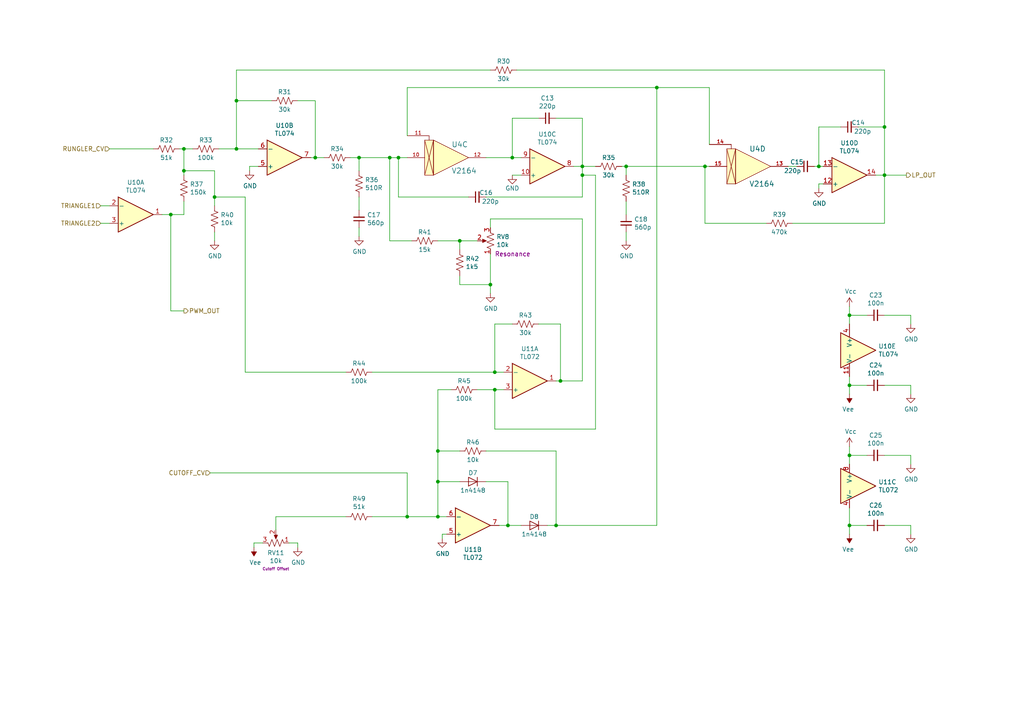
<source format=kicad_sch>
(kicad_sch (version 20211123) (generator eeschema)
  (paper "A4")
  (lib_symbols
    (symbol "00-cool_stuff:0V" (power) (pin_names (offset 0))
      (property "Value" "00-cool_stuff_0V" (at 0 -3.81 0))
      (symbol "0V_0_1"
        (polyline (pts (xy 0 0) (xy 0 -1.27) (xy 1.27 -1.27) (xy 0 -2.54) (xy -1.27 -1.27) (xy 0 -1.27)))
      )
      (symbol "0V_1_1"
        (pin power_in line (at 0 0 270) (length 0) hide (name "GND") (number "1"))
      )
    )
    (symbol "00-cool_stuff:TL072-separate" (pin_names (offset 0.1016))
      (property "Reference" "U" (at 0 5.08 0))
      (property "Value" "00-cool_stuff_TL072-separate" (at 0 -5.08 0))
      (symbol "TL072-separate_0_1"
        (polyline (pts (xy -5.08 5.08) (xy 5.08 0) (xy -5.08 -5.08) (xy -5.08 5.08)) (stroke (width 0.254)) (fill (type background)))
      )
      (symbol "TL072-separate_1_1"
        (pin output line (at 7.62 0 180) (length 2.54) (name "~") (number "1"))
        (pin input line (at -7.62 2.54 0) (length 2.54) (name "-") (number "2"))
        (pin input line (at -7.62 -2.54 0) (length 2.54) (name "+") (number "3"))
      )
      (symbol "TL072-separate_2_1"
        (pin input line (at -7.62 -2.54 0) (length 2.54) (name "+") (number "5"))
        (pin input line (at -7.62 2.54 0) (length 2.54) (name "-") (number "6"))
        (pin output line (at 7.62 0 180) (length 2.54) (name "~") (number "7"))
      )
      (symbol "TL072-separate_3_1"
        (pin power_in line (at -2.54 -6.35 90) (length 2.54) (name "V-") (number "4"))
        (pin power_in line (at -2.54 6.35 270) (length 2.54) (name "V+") (number "8"))
      )
    )
    (symbol "00-cool_stuff:TL074-f-separate" (pin_names (offset 0.1016))
      (property "Reference" "U" (at 1.27 3.81 0))
      (property "Value" "00-cool_stuff_TL074-f-separate" (at 1.27 -3.81 0))
      (symbol "TL074-f-separate_0_1"
        (polyline (pts (xy -5.08 5.08) (xy 5.08 0) (xy -5.08 -5.08) (xy -5.08 5.08)) (stroke (width 0.254)) (fill (type background)))
      )
      (symbol "TL074-f-separate_1_1"
        (pin output line (at 7.62 0 180) (length 2.54) (name "~") (number "1"))
        (pin input line (at -7.62 2.54 0) (length 2.54) (name "-") (number "2"))
        (pin input line (at -7.62 -2.54 0) (length 2.54) (name "+") (number "3"))
      )
      (symbol "TL074-f-separate_2_1"
        (pin input line (at -7.62 -2.54 0) (length 2.54) (name "+") (number "5"))
        (pin input line (at -7.62 2.54 0) (length 2.54) (name "-") (number "6"))
        (pin output line (at 7.62 0 180) (length 2.54) (name "~") (number "7"))
      )
      (symbol "TL074-f-separate_3_1"
        (pin input line (at -7.62 -2.54 0) (length 2.54) (name "+") (number "10"))
        (pin output line (at 7.62 0 180) (length 2.54) (name "~") (number "8"))
        (pin input line (at -7.62 2.54 0) (length 2.54) (name "-") (number "9"))
      )
      (symbol "TL074-f-separate_4_1"
        (pin input line (at -7.62 -2.54 0) (length 2.54) (name "+") (number "12"))
        (pin input line (at -7.62 2.54 0) (length 2.54) (name "-") (number "13"))
        (pin output line (at 7.62 0 180) (length 2.54) (name "~") (number "14"))
      )
      (symbol "TL074-f-separate_5_1"
        (pin power_in line (at -2.54 -7.62 90) (length 3.81) (name "V-") (number "11"))
        (pin power_in line (at -2.54 7.62 270) (length 3.81) (name "V+") (number "4"))
      )
    )
    (symbol "00-cool_stuff:Vcc" (power) (pin_names (offset 0))
      (property "Value" "00-cool_stuff_Vcc" (at 0 3.556 0))
      (symbol "Vcc_0_1"
        (polyline (pts (xy -0.762 1.27) (xy 0 2.54)))
        (polyline (pts (xy 0 0) (xy 0 2.54)))
        (polyline (pts (xy 0 2.54) (xy 0.762 1.27)))
      )
      (symbol "Vcc_1_1"
        (pin power_in line (at 0 0 90) (length 0) hide (name "Vcc") (number "1"))
      )
    )
    (symbol "00-cool_stuff:Vee" (power) (pin_names (offset 0))
      (property "Value" "00-cool_stuff_Vee" (at 0 3.81 0))
      (symbol "Vee_0_0"
        (pin power_in line (at 0 0 90) (length 0) hide (name "Vee") (number "1"))
      )
      (symbol "Vee_0_1"
        (polyline (pts (xy 0 0) (xy 0 1.27) (xy 0.762 1.27) (xy 0 2.54) (xy -0.762 1.27) (xy 0 1.27)) (fill (type outline)))
      )
    )
    (symbol "00-cool_stuff:cap_small" (pin_numbers hide) (pin_names (offset 0.254) hide)
      (property "Reference" "C" (at -1.27 2.54 0))
      (property "Value" "00-cool_stuff_cap_small" (at -3.81 -2.54 0))
      (symbol "cap_small_0_1"
        (polyline (pts (xy -0.508 -1.524) (xy -0.508 1.524)) (stroke (width 0.3048)))
        (polyline (pts (xy 0.508 -1.524) (xy 0.508 1.524)) (stroke (width 0.3302)))
      )
      (symbol "cap_small_1_1"
        (pin passive line (at -2.54 0 0) (length 2.032) (name "~") (number "1"))
        (pin passive line (at 2.54 0 180) (length 2.032) (name "~") (number "2"))
      )
    )
    (symbol "00-cool_stuff:diode" (pin_numbers hide) (pin_names (offset 1.016) hide)
      (property "Reference" "D" (at 0 2.54 0))
      (property "Value" "00-cool_stuff_diode" (at 0 -2.54 0))
      (symbol "diode_0_1"
        (polyline (pts (xy -1.27 0) (xy 1.27 0)))
        (polyline (pts (xy 1.27 -1.27) (xy 1.27 1.27)) (stroke (width 0.2032)))
        (polyline (pts (xy -1.27 -1.27) (xy -1.27 1.27) (xy 1.27 0) (xy -1.27 -1.27)) (stroke (width 0.2032)))
      )
      (symbol "diode_1_1"
        (pin passive line (at 3.81 0 180) (length 2.54) (name "K") (number "1"))
        (pin passive line (at -3.81 0 0) (length 2.54) (name "A") (number "2"))
      )
    )
    (symbol "00-cool_stuff:potentiometer" (pin_names (offset 1.016) hide)
      (property "Reference" "RV" (at -4.445 0 90))
      (property "Value" "00-cool_stuff_potentiometer" (at -2.54 0 90))
      (property "Label" "Pot Label" (at 11.43 0 90))
      (symbol "potentiometer_0_1"
        (polyline (pts (xy 0 -2.286) (xy 0 -2.54)))
        (polyline (pts (xy 0 2.54) (xy 0 2.286)))
        (polyline (pts (xy 2.54 0) (xy 1.524 0)))
        (polyline (pts (xy 1.143 0) (xy 2.286 0.508) (xy 2.286 -0.508) (xy 1.143 0)) (fill (type outline)))
        (polyline (pts (xy 0 -0.762) (xy 1.016 -1.143) (xy 0 -1.524) (xy -1.016 -1.905) (xy 0 -2.286)))
        (polyline (pts (xy 0 0.762) (xy 1.016 0.381) (xy 0 0) (xy -1.016 -0.381) (xy 0 -0.762)))
        (polyline (pts (xy 0 2.286) (xy 1.016 1.905) (xy 0 1.524) (xy -1.016 1.143) (xy 0 0.762)))
      )
      (symbol "potentiometer_1_1"
        (pin passive line (at 0 3.81 270) (length 1.27) (name "1") (number "1"))
        (pin passive line (at 3.81 0 180) (length 1.27) (name "2") (number "2"))
        (pin passive line (at 0 -3.81 90) (length 1.27) (name "3") (number "3"))
      )
    )
    (symbol "00-cool_stuff:resistor" (pin_numbers hide) (pin_names (offset 0))
      (property "Reference" "R" (at -2.54 2.54 0))
      (property "Value" "00-cool_stuff_resistor" (at -2.54 -2.54 0))
      (symbol "resistor_0_1"
        (polyline (pts (xy -4.826 0) (xy -5.08 0)))
        (polyline (pts (xy -0.254 0) (xy 0 0)))
        (polyline (pts (xy -4.826 0) (xy -4.445 1.016) (xy -4.064 0) (xy -3.683 -1.016) (xy -3.302 0)))
        (polyline (pts (xy -3.302 0) (xy -2.921 1.016) (xy -2.54 0) (xy -2.159 -1.016) (xy -1.778 0)))
        (polyline (pts (xy -1.778 0) (xy -1.397 1.016) (xy -1.016 0) (xy -0.635 -1.016) (xy -0.254 0)))
      )
      (symbol "resistor_1_1"
        (pin passive line (at -6.35 0 0) (length 1.27) (name "~") (number "1"))
        (pin passive line (at 1.27 0 180) (length 1.27) (name "~") (number "2"))
      )
    )
    (symbol "4ms-ic:V2164"
      (property "Reference" "U" (at 1.27 5.08 0))
      (property "Value" "4ms-ic_V2164" (at -4.826 0.508 0))
      (symbol "V2164_0_1"
        (rectangle (start -5.08 5.08) (end -7.62 -5.08) (fill (type background)))
        (polyline (pts (xy -7.62 -5.08) (xy -5.08 5.08)))
        (polyline (pts (xy -7.62 5.08) (xy -5.08 -5.08)))
        (polyline (pts (xy -6.35 -5.08) (xy -6.35 -6.35)))
        (polyline (pts (xy -5.08 5.08) (xy 5.08 0) (xy -5.08 -5.08) (xy -5.08 5.08)) (stroke (width 0.1524)) (fill (type background)))
      )
      (symbol "V2164_1_1"
        (pin power_in line (at 0 5.08 270) (length 2.54) (name "~") (number "1"))
        (pin power_in line (at -2.54 6.35 270) (length 2.54) (name "V+") (number "16"))
        (pin input line (at -12.7 0 0) (length 5.08) (name "~") (number "2"))
        (pin input line (at -12.7 -6.35 0) (length 6.35) (name "~") (number "3"))
        (pin output line (at 10.16 0 180) (length 5.08) (name "~") (number "4"))
        (pin power_in line (at 0 -6.35 90) (length 3.81) (name "GND") (number "8"))
        (pin power_in line (at -2.54 -6.35 90) (length 2.54) (name "V-") (number "9"))
      )
      (symbol "V2164_2_1"
        (pin output line (at 10.16 0 180) (length 5.08) (name "~") (number "5"))
        (pin input line (at -12.7 -6.35 0) (length 6.35) (name "~") (number "6"))
        (pin input line (at -12.7 0 0) (length 5.08) (name "~") (number "7"))
      )
      (symbol "V2164_3_1"
        (pin input line (at -12.7 0 0) (length 5.08) (name "~") (number "10"))
        (pin input line (at -12.7 -6.35 0) (length 6.35) (name "~") (number "11"))
        (pin output line (at 10.16 0 180) (length 5.08) (name "~") (number "12"))
      )
      (symbol "V2164_4_1"
        (pin output line (at 10.16 0 180) (length 5.08) (name "~") (number "13"))
        (pin input line (at -12.7 -6.35 0) (length 6.35) (name "~") (number "14"))
        (pin input line (at -12.7 0 0) (length 5.08) (name "~") (number "15"))
      )
    )
  )
  (junction (at 104.14 45.72))
  (junction (at 246.38 111.76))
  (junction (at 91.44 45.72))
  (junction (at 246.38 91.44))
  (junction (at 143.51 107.95))
  (junction (at 181.61 48.26))
  (junction (at 68.58 29.21))
  (junction (at 161.29 152.4))
  (junction (at 256.54 50.8))
  (junction (at 127 139.7))
  (junction (at 127 130.81))
  (junction (at 62.23 57.15))
  (junction (at 246.38 132.08))
  (junction (at 148.59 45.72))
  (junction (at 115.57 45.72))
  (junction (at 113.03 45.72))
  (junction (at 49.53 62.23))
  (junction (at 168.91 50.8))
  (junction (at 142.24 82.55))
  (junction (at 168.91 48.26))
  (junction (at 246.38 152.4))
  (junction (at 190.5 25.4))
  (junction (at 147.32 152.4))
  (junction (at 162.56 110.49))
  (junction (at 143.51 113.03))
  (junction (at 53.34 49.53))
  (junction (at 118.11 149.86))
  (junction (at 204.47 48.26))
  (junction (at 256.54 36.83))
  (junction (at 68.58 43.18))
  (junction (at 127 149.86))
  (junction (at 133.35 69.85))
  (junction (at 237.49 48.26))
  (junction (at 53.34 43.18))
  (wire (pts (xy 62.23 67.31) (xy 62.23 69.85)))
  (wire (pts (xy 83.82 157.48) (xy 86.36 157.48)))
  (wire (pts (xy 140.97 45.72) (xy 148.59 45.72)))
  (wire (pts (xy 140.97 130.81) (xy 161.29 130.81)))
  (wire (pts (xy 168.91 34.29) (xy 161.29 34.29)))
  (wire (pts (xy 147.32 139.7) (xy 147.32 152.4)))
  (wire (pts (xy 264.16 134.62) (xy 264.16 132.08)))
  (wire (pts (xy 53.34 50.8) (xy 53.34 49.53)))
  (wire (pts (xy 143.51 93.98) (xy 143.51 107.95)))
  (wire (pts (xy 49.53 62.23) (xy 49.53 90.17)))
  (wire (pts (xy 73.66 158.75) (xy 73.66 157.48)))
  (wire (pts (xy 229.87 64.77) (xy 256.54 64.77)))
  (wire (pts (xy 144.78 152.4) (xy 147.32 152.4)))
  (wire (pts (xy 181.61 62.23) (xy 181.61 58.42)))
  (wire (pts (xy 133.35 139.7) (xy 127 139.7)))
  (wire (pts (xy 72.39 49.53) (xy 72.39 48.26)))
  (wire (pts (xy 256.54 50.8) (xy 256.54 64.77)))
  (wire (pts (xy 107.95 107.95) (xy 143.51 107.95)))
  (wire (pts (xy 71.12 107.95) (xy 100.33 107.95)))
  (wire (pts (xy 73.66 157.48) (xy 76.2 157.48)))
  (wire (pts (xy 118.11 137.16) (xy 118.11 149.86)))
  (wire (pts (xy 264.16 152.4) (xy 256.54 152.4)))
  (wire (pts (xy 104.14 60.96) (xy 104.14 57.15)))
  (wire (pts (xy 246.38 132.08) (xy 246.38 134.62)))
  (wire (pts (xy 133.35 82.55) (xy 142.24 82.55)))
  (wire (pts (xy 205.74 25.4) (xy 205.74 41.91)))
  (wire (pts (xy 146.05 113.03) (xy 143.51 113.03)))
  (wire (pts (xy 113.03 45.72) (xy 115.57 45.72)))
  (wire (pts (xy 264.16 91.44) (xy 256.54 91.44)))
  (wire (pts (xy 166.37 48.26) (xy 168.91 48.26)))
  (wire (pts (xy 140.97 139.7) (xy 147.32 139.7)))
  (wire (pts (xy 135.89 57.15) (xy 115.57 57.15)))
  (wire (pts (xy 243.84 36.83) (xy 237.49 36.83)))
  (wire (pts (xy 142.24 85.09) (xy 142.24 82.55)))
  (wire (pts (xy 68.58 29.21) (xy 68.58 43.18)))
  (wire (pts (xy 148.59 93.98) (xy 143.51 93.98)))
  (wire (pts (xy 143.51 107.95) (xy 146.05 107.95)))
  (wire (pts (xy 60.96 137.16) (xy 118.11 137.16)))
  (wire (pts (xy 168.91 57.15) (xy 168.91 50.8)))
  (wire (pts (xy 133.35 69.85) (xy 133.35 72.39)))
  (wire (pts (xy 119.38 69.85) (xy 113.03 69.85)))
  (wire (pts (xy 143.51 113.03) (xy 143.51 124.46)))
  (wire (pts (xy 53.34 49.53) (xy 62.23 49.53)))
  (wire (pts (xy 246.38 154.94) (xy 246.38 152.4)))
  (wire (pts (xy 228.6 48.26) (xy 231.14 48.26)))
  (wire (pts (xy 118.11 25.4) (xy 118.11 39.37)))
  (wire (pts (xy 236.22 48.26) (xy 237.49 48.26)))
  (wire (pts (xy 246.38 93.98) (xy 246.38 91.44)))
  (wire (pts (xy 62.23 57.15) (xy 62.23 59.69)))
  (wire (pts (xy 254 50.8) (xy 256.54 50.8)))
  (wire (pts (xy 162.56 93.98) (xy 156.21 93.98)))
  (wire (pts (xy 127 149.86) (xy 127 139.7)))
  (wire (pts (xy 127 69.85) (xy 133.35 69.85)))
  (wire (pts (xy 140.97 57.15) (xy 168.91 57.15)))
  (wire (pts (xy 49.53 62.23) (xy 53.34 62.23)))
  (wire (pts (xy 172.72 50.8) (xy 172.72 124.46)))
  (wire (pts (xy 52.07 43.18) (xy 53.34 43.18)))
  (wire (pts (xy 251.46 132.08) (xy 246.38 132.08)))
  (wire (pts (xy 251.46 91.44) (xy 246.38 91.44)))
  (wire (pts (xy 127 139.7) (xy 127 130.81)))
  (wire (pts (xy 142.24 82.55) (xy 142.24 73.66)))
  (wire (pts (xy 71.12 57.15) (xy 71.12 107.95)))
  (wire (pts (xy 80.01 149.86) (xy 80.01 153.67)))
  (wire (pts (xy 31.75 43.18) (xy 44.45 43.18)))
  (wire (pts (xy 68.58 20.32) (xy 68.58 29.21)))
  (wire (pts (xy 168.91 63.5) (xy 168.91 110.49)))
  (wire (pts (xy 246.38 111.76) (xy 246.38 109.22)))
  (wire (pts (xy 53.34 43.18) (xy 55.88 43.18)))
  (wire (pts (xy 53.34 49.53) (xy 53.34 43.18)))
  (wire (pts (xy 133.35 69.85) (xy 138.43 69.85)))
  (wire (pts (xy 181.61 48.26) (xy 204.47 48.26)))
  (wire (pts (xy 162.56 110.49) (xy 162.56 93.98)))
  (wire (pts (xy 256.54 50.8) (xy 256.54 36.83)))
  (wire (pts (xy 62.23 57.15) (xy 71.12 57.15)))
  (wire (pts (xy 161.29 110.49) (xy 162.56 110.49)))
  (wire (pts (xy 264.16 93.98) (xy 264.16 91.44)))
  (wire (pts (xy 256.54 20.32) (xy 256.54 36.83)))
  (wire (pts (xy 264.16 154.94) (xy 264.16 152.4)))
  (wire (pts (xy 246.38 132.08) (xy 246.38 129.54)))
  (wire (pts (xy 128.27 154.94) (xy 129.54 154.94)))
  (wire (pts (xy 256.54 36.83) (xy 248.92 36.83)))
  (wire (pts (xy 29.21 64.77) (xy 31.75 64.77)))
  (wire (pts (xy 237.49 48.26) (xy 238.76 48.26)))
  (wire (pts (xy 161.29 152.4) (xy 161.29 130.81)))
  (wire (pts (xy 104.14 45.72) (xy 113.03 45.72)))
  (wire (pts (xy 129.54 149.86) (xy 127 149.86)))
  (wire (pts (xy 63.5 43.18) (xy 68.58 43.18)))
  (wire (pts (xy 91.44 45.72) (xy 90.17 45.72)))
  (wire (pts (xy 156.21 34.29) (xy 148.59 34.29)))
  (wire (pts (xy 168.91 50.8) (xy 168.91 48.26)))
  (wire (pts (xy 62.23 49.53) (xy 62.23 57.15)))
  (wire (pts (xy 115.57 45.72) (xy 118.11 45.72)))
  (wire (pts (xy 128.27 156.21) (xy 128.27 154.94)))
  (wire (pts (xy 246.38 114.3) (xy 246.38 111.76)))
  (wire (pts (xy 148.59 45.72) (xy 151.13 45.72)))
  (wire (pts (xy 118.11 149.86) (xy 127 149.86)))
  (wire (pts (xy 151.13 152.4) (xy 147.32 152.4)))
  (wire (pts (xy 246.38 152.4) (xy 251.46 152.4)))
  (wire (pts (xy 142.24 63.5) (xy 168.91 63.5)))
  (wire (pts (xy 149.86 20.32) (xy 256.54 20.32)))
  (wire (pts (xy 29.21 59.69) (xy 31.75 59.69)))
  (wire (pts (xy 190.5 25.4) (xy 190.5 152.4)))
  (wire (pts (xy 68.58 43.18) (xy 74.93 43.18)))
  (wire (pts (xy 113.03 69.85) (xy 113.03 45.72)))
  (wire (pts (xy 222.25 64.77) (xy 204.47 64.77)))
  (wire (pts (xy 264.16 114.3) (xy 264.16 111.76)))
  (wire (pts (xy 181.61 69.85) (xy 181.61 67.31)))
  (wire (pts (xy 262.89 50.8) (xy 256.54 50.8)))
  (wire (pts (xy 246.38 147.32) (xy 246.38 152.4)))
  (wire (pts (xy 246.38 111.76) (xy 251.46 111.76)))
  (wire (pts (xy 264.16 111.76) (xy 256.54 111.76)))
  (wire (pts (xy 91.44 45.72) (xy 93.98 45.72)))
  (wire (pts (xy 168.91 50.8) (xy 172.72 50.8)))
  (wire (pts (xy 78.74 29.21) (xy 68.58 29.21)))
  (wire (pts (xy 142.24 66.04) (xy 142.24 63.5)))
  (wire (pts (xy 204.47 48.26) (xy 204.47 64.77)))
  (wire (pts (xy 264.16 132.08) (xy 256.54 132.08)))
  (wire (pts (xy 142.24 20.32) (xy 68.58 20.32)))
  (wire (pts (xy 143.51 124.46) (xy 172.72 124.46)))
  (wire (pts (xy 49.53 90.17) (xy 53.34 90.17)))
  (wire (pts (xy 148.59 34.29) (xy 148.59 45.72)))
  (wire (pts (xy 237.49 53.34) (xy 238.76 53.34)))
  (wire (pts (xy 148.59 50.8) (xy 151.13 50.8)))
  (wire (pts (xy 168.91 48.26) (xy 172.72 48.26)))
  (wire (pts (xy 204.47 48.26) (xy 205.74 48.26)))
  (wire (pts (xy 91.44 29.21) (xy 91.44 45.72)))
  (wire (pts (xy 190.5 25.4) (xy 205.74 25.4)))
  (wire (pts (xy 101.6 45.72) (xy 104.14 45.72)))
  (wire (pts (xy 168.91 110.49) (xy 162.56 110.49)))
  (wire (pts (xy 86.36 157.48) (xy 86.36 158.75)))
  (wire (pts (xy 161.29 152.4) (xy 190.5 152.4)))
  (wire (pts (xy 180.34 48.26) (xy 181.61 48.26)))
  (wire (pts (xy 246.38 91.44) (xy 246.38 88.9)))
  (wire (pts (xy 130.81 113.03) (xy 127 113.03)))
  (wire (pts (xy 104.14 68.58) (xy 104.14 66.04)))
  (wire (pts (xy 100.33 149.86) (xy 80.01 149.86)))
  (wire (pts (xy 118.11 25.4) (xy 190.5 25.4)))
  (wire (pts (xy 53.34 58.42) (xy 53.34 62.23)))
  (wire (pts (xy 127 130.81) (xy 133.35 130.81)))
  (wire (pts (xy 86.36 29.21) (xy 91.44 29.21)))
  (wire (pts (xy 46.99 62.23) (xy 49.53 62.23)))
  (wire (pts (xy 158.75 152.4) (xy 161.29 152.4)))
  (wire (pts (xy 168.91 48.26) (xy 168.91 34.29)))
  (wire (pts (xy 72.39 48.26) (xy 74.93 48.26)))
  (wire (pts (xy 107.95 149.86) (xy 118.11 149.86)))
  (wire (pts (xy 138.43 113.03) (xy 143.51 113.03)))
  (wire (pts (xy 133.35 80.01) (xy 133.35 82.55)))
  (wire (pts (xy 181.61 50.8) (xy 181.61 48.26)))
  (wire (pts (xy 237.49 54.61) (xy 237.49 53.34)))
  (wire (pts (xy 104.14 49.53) (xy 104.14 45.72)))
  (wire (pts (xy 127 113.03) (xy 127 130.81)))
  (wire (pts (xy 115.57 57.15) (xy 115.57 45.72)))
  (wire (pts (xy 237.49 36.83) (xy 237.49 48.26)))
  (hierarchical_label "RUNGLER_CV" (shape input) (at 31.75 43.18 180))
  (hierarchical_label "CUTOFF_CV" (shape input) (at 60.96 137.16 180))
  (hierarchical_label "TRIANGLE2" (shape input) (at 29.21 64.77 180))
  (hierarchical_label "TRIANGLE1" (shape input) (at 29.21 59.69 180))
  (hierarchical_label "LP_OUT" (shape output) (at 262.89 50.8 0))
  (hierarchical_label "PWM_OUT" (shape output) (at 53.34 90.17 0))
  (symbol (lib_id "00-cool_stuff:resistor") (at 53.34 57.15 270) (unit 1)
    (property "Reference" "R37" (at 55.0672 53.4416 90) (effects (justify left)))
    (property "Value" "150k" (at 55.0672 55.753 90) (effects (justify left)))
    (property "Footprint" "00-Mine:resistor-TH-10mm" (effects hide))
  )
  (symbol (lib_id "00-cool_stuff:resistor") (at 62.23 66.04 270) (unit 1)
    (property "Reference" "R40" (at 63.9572 62.3316 90) (effects (justify left)))
    (property "Value" "10k" (at 63.9572 64.643 90) (effects (justify left)))
    (property "Footprint" "00-Mine:resistor-TH-10mm" (effects hide))
  )
  (symbol (lib_id "00-cool_stuff:0V") (at 62.23 69.85 0)
    (property "Reference" "#PWR042" (effects hide))
    (property "Value" "0V" (at 62.357 74.2442 0))
  )
  (symbol (lib_id "00-cool_stuff:resistor") (at 50.8 43.18 0) (unit 1)
    (property "Reference" "R32" (at 48.26 40.64 0))
    (property "Value" "51k" (at 48.26 45.72 0))
    (property "Footprint" "00-Mine:resistor-TH-10mm" (effects hide))
  )
  (symbol (lib_id "00-cool_stuff:0V") (at 72.39 49.53 0)
    (property "Reference" "#PWR038" (effects hide))
    (property "Value" "0V" (at 72.517 53.9242 0))
  )
  (symbol (lib_id "00-cool_stuff:resistor") (at 85.09 29.21 0) (unit 1)
    (property "Reference" "R31" (at 82.55 26.67 0))
    (property "Value" "30k" (at 82.55 31.75 0))
    (property "Footprint" "00-Mine:resistor-TH-10mm" (effects hide))
  )
  (symbol (lib_id "00-cool_stuff:resistor") (at 100.33 45.72 0) (unit 1)
    (property "Reference" "R34" (at 97.79 43.18 0))
    (property "Value" "30k" (at 97.79 48.26 0))
    (property "Footprint" "00-Mine:resistor-TH-10mm" (effects hide))
  )
  (symbol (lib_id "4ms-ic:V2164") (at 130.81 45.72 0) (mirror x) (unit 3)
    (property "Reference" "U4" (at 133.35 41.91 0) (effects (font (size 1.524 1.524))))
    (property "Value" "V2164" (at 134.62 49.53 0) (effects (font (size 1.524 1.524))))
    (property "Footprint" "Package_DIP:DIP-16_W7.62mm_Socket_LongPads" (effects hide))
  )
  (symbol (lib_id "00-cool_stuff:resistor") (at 104.14 55.88 270) (unit 1)
    (property "Reference" "R36" (at 105.8672 52.1716 90) (effects (justify left)))
    (property "Value" "510R" (at 105.8672 54.483 90) (effects (justify left)))
    (property "Footprint" "00-Mine:resistor-TH-10mm" (effects hide))
  )
  (symbol (lib_id "00-cool_stuff:cap_small") (at 104.14 63.5 90) (unit 1)
    (property "Reference" "C17" (at 106.4768 62.3316 90) (effects (justify right)))
    (property "Value" "560p" (at 106.4768 64.643 90) (effects (justify right)))
    (property "Footprint" "00-Mine:capacitor-TH-2.54mm_5mm" (effects hide))
  )
  (symbol (lib_id "00-cool_stuff:0V") (at 104.14 68.58 0)
    (property "Reference" "#PWR041" (effects hide))
    (property "Value" "0V" (at 104.267 72.9742 0))
  )
  (symbol (lib_id "00-cool_stuff:0V") (at 148.59 50.8 0)
    (property "Reference" "#PWR039" (effects hide))
    (property "Value" "0V" (at 148.59 54.61 0))
  )
  (symbol (lib_id "00-cool_stuff:cap_small") (at 158.75 34.29 0) (unit 1)
    (property "Reference" "C13" (at 158.75 28.4734 0))
    (property "Value" "220p" (at 158.75 30.7848 0))
    (property "Footprint" "00-Mine:capacitor-TH-2.54mm_5mm" (effects hide))
  )
  (symbol (lib_id "00-cool_stuff:resistor") (at 179.07 48.26 0) (unit 1)
    (property "Reference" "R35" (at 176.53 45.72 0))
    (property "Value" "30k" (at 176.53 50.8 0))
    (property "Footprint" "00-Mine:resistor-TH-10mm" (effects hide))
  )
  (symbol (lib_id "4ms-ic:V2164") (at 218.44 48.26 0) (mirror x) (unit 4)
    (property "Reference" "U4" (at 219.71 43.18 0) (effects (font (size 1.524 1.524))))
    (property "Value" "V2164" (at 220.98 53.34 0) (effects (font (size 1.524 1.524))))
    (property "Footprint" "Package_DIP:DIP-16_W7.62mm_Socket_LongPads" (effects hide))
  )
  (symbol (lib_id "00-cool_stuff:cap_small") (at 233.68 48.26 0) (unit 1)
    (property "Reference" "C15" (at 231.14 46.99 0))
    (property "Value" "220p" (at 229.87 49.53 0))
    (property "Footprint" "00-Mine:capacitor-TH-2.54mm_5mm" (effects hide))
  )
  (symbol (lib_id "00-cool_stuff:0V") (at 237.49 54.61 0)
    (property "Reference" "#PWR040" (effects hide))
    (property "Value" "0V" (at 237.617 59.0042 0))
  )
  (symbol (lib_id "00-cool_stuff:cap_small") (at 246.38 36.83 0) (unit 1)
    (property "Reference" "C14" (at 248.92 35.56 0))
    (property "Value" "220p" (at 250.19 38.1 0))
    (property "Footprint" "00-Mine:capacitor-TH-2.54mm_5mm" (effects hide))
  )
  (symbol (lib_id "00-cool_stuff:resistor") (at 181.61 57.15 270) (unit 1)
    (property "Reference" "R38" (at 183.3372 53.4416 90) (effects (justify left)))
    (property "Value" "510R" (at 183.3372 55.753 90) (effects (justify left)))
    (property "Footprint" "00-Mine:resistor-TH-10mm" (effects hide))
  )
  (symbol (lib_id "00-cool_stuff:cap_small") (at 181.61 64.77 90) (unit 1)
    (property "Reference" "C18" (at 183.9468 63.6016 90) (effects (justify right)))
    (property "Value" "560p" (at 183.9468 65.913 90) (effects (justify right)))
    (property "Footprint" "00-Mine:capacitor-TH-2.54mm_5mm" (effects hide))
  )
  (symbol (lib_id "00-cool_stuff:0V") (at 181.61 69.85 0)
    (property "Reference" "#PWR043" (effects hide))
    (property "Value" "0V" (at 181.737 74.2442 0))
  )
  (symbol (lib_id "00-cool_stuff:resistor") (at 228.6 64.77 0) (unit 1)
    (property "Reference" "R39" (at 226.06 62.23 0))
    (property "Value" "470k" (at 226.06 67.31 0))
    (property "Footprint" "00-Mine:resistor-TH-10mm" (effects hide))
  )
  (symbol (lib_id "00-cool_stuff:cap_small") (at 138.43 57.15 0) (unit 1)
    (property "Reference" "C16" (at 140.97 55.88 0))
    (property "Value" "220p" (at 142.24 58.42 0))
    (property "Footprint" "00-Mine:capacitor-TH-2.54mm_5mm" (effects hide))
  )
  (symbol (lib_id "00-cool_stuff:resistor") (at 148.59 20.32 0) (unit 1)
    (property "Reference" "R30" (at 146.05 17.78 0))
    (property "Value" "30k" (at 146.05 22.86 0))
    (property "Footprint" "00-Mine:resistor-TH-10mm" (effects hide))
  )
  (symbol (lib_id "00-cool_stuff:resistor") (at 62.23 43.18 0) (unit 1)
    (property "Reference" "R33" (at 59.69 40.64 0))
    (property "Value" "100k" (at 59.69 45.72 0))
    (property "Footprint" "00-Mine:resistor-TH-10mm" (effects hide))
  )
  (symbol (lib_id "00-cool_stuff:resistor") (at 106.68 107.95 0) (unit 1)
    (property "Reference" "R44" (at 104.14 105.41 0))
    (property "Value" "100k" (at 104.14 110.49 0))
    (property "Footprint" "00-Mine:resistor-TH-10mm" (effects hide))
  )
  (symbol (lib_id "00-cool_stuff:TL074-f-separate") (at 39.37 62.23 0) (unit 1)
    (property "Reference" "U10" (at 39.37 52.9082 0))
    (property "Value" "TL074" (at 39.37 55.2196 0))
    (property "Footprint" "00-Mine:DIP-8" (effects hide))
  )
  (symbol (lib_id "00-cool_stuff:resistor") (at 125.73 69.85 0) (unit 1)
    (property "Reference" "R41" (at 123.19 67.31 0))
    (property "Value" "15k" (at 123.19 72.39 0))
    (property "Footprint" "00-Mine:resistor-TH-10mm" (effects hide))
  )
  (symbol (lib_id "00-cool_stuff:resistor") (at 133.35 78.74 270) (unit 1)
    (property "Reference" "R42" (at 135.0772 75.0316 90) (effects (justify left)))
    (property "Value" "1k5" (at 135.0772 77.343 90) (effects (justify left)))
    (property "Footprint" "00-Mine:resistor-TH-10mm" (effects hide))
  )
  (symbol (lib_id "00-cool_stuff:potentiometer") (at 142.24 69.85 180) (unit 1)
    (property "Reference" "RV8" (at 143.9672 68.6816 0) (effects (justify right)))
    (property "Value" "10k" (at 143.9672 70.993 0) (effects (justify right)))
    (property "Footprint" "00-Mine:MOLEX-1X3_LOCK" (effects hide))
    (property "Label" "Resonance" (at 143.51 73.66 0) (effects (justify right)))
  )
  (symbol (lib_id "00-cool_stuff:0V") (at 142.24 85.09 0)
    (property "Reference" "#PWR044" (effects hide))
    (property "Value" "0V" (at 142.367 89.4842 0))
  )
  (symbol (lib_id "00-cool_stuff:resistor") (at 154.94 93.98 0) (unit 1)
    (property "Reference" "R43" (at 152.4 91.44 0))
    (property "Value" "30k" (at 152.4 96.52 0))
    (property "Footprint" "00-Mine:resistor-TH-10mm" (effects hide))
  )
  (symbol (lib_id "00-cool_stuff:resistor") (at 137.16 113.03 0) (unit 1)
    (property "Reference" "R45" (at 134.62 110.49 0))
    (property "Value" "100k" (at 134.62 115.57 0))
    (property "Footprint" "00-Mine:resistor-TH-10mm" (effects hide))
  )
  (symbol (lib_id "00-cool_stuff:0V") (at 128.27 156.21 0)
    (property "Reference" "#PWR049" (effects hide))
    (property "Value" "0V" (at 128.397 160.6042 0))
  )
  (symbol (lib_id "00-cool_stuff:diode") (at 137.16 139.7 0) (unit 1)
    (property "Reference" "D7" (at 137.16 137.16 0))
    (property "Value" "1n4148" (at 137.16 142.24 0))
    (property "Footprint" "00-Mine:diode-TH" (effects hide))
  )
  (symbol (lib_id "00-cool_stuff:resistor") (at 139.7 130.81 0) (unit 1)
    (property "Reference" "R46" (at 137.16 128.27 0))
    (property "Value" "10k" (at 137.16 133.35 0))
    (property "Footprint" "00-Mine:resistor-TH-10mm" (effects hide))
  )
  (symbol (lib_id "00-cool_stuff:diode") (at 154.94 152.4 0) (unit 1)
    (property "Reference" "D8" (at 154.94 149.86 0))
    (property "Value" "1n4148" (at 154.94 154.94 0))
    (property "Footprint" "00-Mine:diode-TH" (effects hide))
  )
  (symbol (lib_id "00-cool_stuff:resistor") (at 101.6 149.86 180) (unit 1)
    (property "Reference" "R49" (at 104.14 144.653 0))
    (property "Value" "51k" (at 104.14 146.9644 0))
    (property "Footprint" "00-Mine:MOLEX-1X3_LOCK" (effects hide))
  )
  (symbol (lib_id "00-cool_stuff:potentiometer") (at 80.01 157.48 270) (mirror x) (unit 1)
    (property "Reference" "RV11" (at 80.01 160.3502 90))
    (property "Value" "10k" (at 80.01 162.6616 90))
    (property "Footprint" "00-Mine:MOLEX-1X3_LOCK" (effects hide))
    (property "Label" "Cutoff Offset" (at 80.01 164.973 90) (effects (font (size 0.7874 0.7874))))
  )
  (symbol (lib_id "00-cool_stuff:Vee") (at 73.66 158.75 0) (mirror x) (unit 1)
    (property "Reference" "#PWR052" (effects hide))
    (property "Value" "Vee" (at 74.041 163.1442 0))
  )
  (symbol (lib_id "00-cool_stuff:0V") (at 86.36 158.75 0)
    (property "Reference" "#PWR053" (effects hide))
    (property "Value" "0V" (at 86.487 163.1442 0))
  )
  (symbol (lib_id "00-cool_stuff:TL074-f-separate") (at 248.92 101.6 0) (unit 5)
    (property "Reference" "U10" (at 254.762 100.4316 0) (effects (justify left)))
    (property "Value" "TL074" (at 254.762 102.743 0) (effects (justify left)))
    (property "Footprint" "00-Mine:DIP-8" (effects hide))
  )
  (symbol (lib_id "00-cool_stuff:TL072-separate") (at 153.67 110.49 0) (unit 1)
    (property "Reference" "U11" (at 153.67 101.1682 0))
    (property "Value" "TL072" (at 153.67 103.4796 0))
    (property "Footprint" "00-Mine:DIP-8" (effects hide))
  )
  (symbol (lib_id "00-cool_stuff:TL072-separate") (at 137.16 152.4 0) (unit 2)
    (property "Reference" "U11" (at 137.16 159.385 0))
    (property "Value" "TL072" (at 137.16 161.6964 0))
    (property "Footprint" "00-Mine:DIP-8" (effects hide))
  )
  (symbol (lib_id "00-cool_stuff:TL072-separate") (at 248.92 140.97 0) (unit 3)
    (property "Reference" "U11" (at 254.762 139.8016 0) (effects (justify left)))
    (property "Value" "TL072" (at 254.762 142.113 0) (effects (justify left)))
    (property "Footprint" "00-Mine:DIP-8" (effects hide))
  )
  (symbol (lib_id "00-cool_stuff:TL074-f-separate") (at 82.55 45.72 0) (unit 2)
    (property "Reference" "U10" (at 82.55 36.3982 0))
    (property "Value" "TL074" (at 82.55 38.7096 0))
    (property "Footprint" "00-Mine:DIP-8" (effects hide))
  )
  (symbol (lib_id "00-cool_stuff:TL074-f-separate") (at 158.75 48.26 0) (unit 3)
    (property "Reference" "U10" (at 158.75 38.9382 0))
    (property "Value" "TL074" (at 158.75 41.2496 0))
    (property "Footprint" "00-Mine:DIP-8" (effects hide))
  )
  (symbol (lib_id "00-cool_stuff:TL074-f-separate") (at 246.38 50.8 0) (unit 4)
    (property "Reference" "U10" (at 246.38 41.4782 0))
    (property "Value" "TL074" (at 246.38 43.7896 0))
    (property "Footprint" "00-Mine:DIP-8" (effects hide))
  )
  (symbol (lib_id "00-cool_stuff:Vcc") (at 246.38 88.9 0)
    (property "Reference" "#PWR0120" (effects hide))
    (property "Value" "Vcc" (at 246.761 84.5058 0))
  )
  (symbol (lib_id "00-cool_stuff:Vee") (at 246.38 114.3 180)
    (property "Reference" "#PWR0121" (effects hide))
    (property "Value" "Vee" (at 245.999 118.6942 0))
  )
  (symbol (lib_id "00-cool_stuff:cap_small") (at 254 91.44 0)
    (property "Reference" "C23" (at 254 85.6234 0))
    (property "Value" "100n" (at 254 87.9348 0))
    (property "Footprint" "00-Mine:capacitor-TH-2.54mm_5mm" (effects hide))
  )
  (symbol (lib_id "00-cool_stuff:cap_small") (at 254 111.76 0)
    (property "Reference" "C24" (at 254 105.9434 0))
    (property "Value" "100n" (at 254 108.2548 0))
    (property "Footprint" "00-Mine:capacitor-TH-2.54mm_5mm" (effects hide))
  )
  (symbol (lib_id "00-cool_stuff:0V") (at 264.16 114.3 0)
    (property "Reference" "#PWR0122" (effects hide))
    (property "Value" "0V" (at 264.287 118.6942 0))
  )
  (symbol (lib_id "00-cool_stuff:0V") (at 264.16 93.98 0)
    (property "Reference" "#PWR0123" (effects hide))
    (property "Value" "0V" (at 264.287 98.3742 0))
  )
  (symbol (lib_id "00-cool_stuff:Vcc") (at 246.38 129.54 0)
    (property "Reference" "#PWR0124" (effects hide))
    (property "Value" "Vcc" (at 246.761 125.1458 0))
  )
  (symbol (lib_id "00-cool_stuff:Vee") (at 246.38 154.94 180)
    (property "Reference" "#PWR0125" (effects hide))
    (property "Value" "Vee" (at 245.999 159.3342 0))
  )
  (symbol (lib_id "00-cool_stuff:cap_small") (at 254 132.08 0)
    (property "Reference" "C25" (at 254 126.2634 0))
    (property "Value" "100n" (at 254 128.5748 0))
    (property "Footprint" "00-Mine:capacitor-TH-2.54mm_5mm" (effects hide))
  )
  (symbol (lib_id "00-cool_stuff:cap_small") (at 254 152.4 0)
    (property "Reference" "C26" (at 254 146.5834 0))
    (property "Value" "100n" (at 254 148.8948 0))
    (property "Footprint" "00-Mine:capacitor-TH-2.54mm_5mm" (effects hide))
  )
  (symbol (lib_id "00-cool_stuff:0V") (at 264.16 154.94 0)
    (property "Reference" "#PWR0126" (effects hide))
    (property "Value" "0V" (at 264.287 159.3342 0))
  )
  (symbol (lib_id "00-cool_stuff:0V") (at 264.16 134.62 0)
    (property "Reference" "#PWR0127" (effects hide))
    (property "Value" "0V" (at 264.287 139.0142 0))
  )
)
</source>
